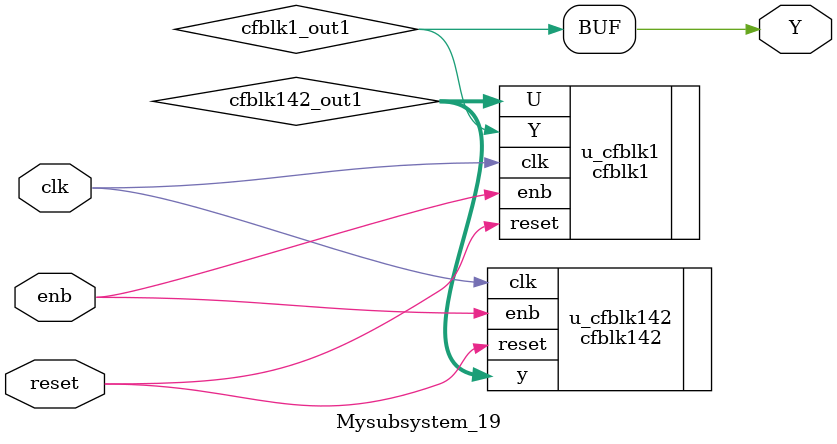
<source format=v>



`timescale 1 ns / 1 ns

module Mysubsystem_19
          (clk,
           reset,
           enb,
           Y);


  input   clk;
  input   reset;
  input   enb;
  output  Y;


  wire [7:0] cfblk142_out1;  // uint8
  wire cfblk1_out1;


  cfblk142 u_cfblk142 (.clk(clk),
                       .reset(reset),
                       .enb(enb),
                       .y(cfblk142_out1)  // uint8
                       );

  cfblk1 u_cfblk1 (.clk(clk),
                   .reset(reset),
                   .enb(enb),
                   .U(cfblk142_out1),  // uint8
                   .Y(cfblk1_out1)
                   );

  assign Y = cfblk1_out1;

endmodule  // Mysubsystem_19


</source>
